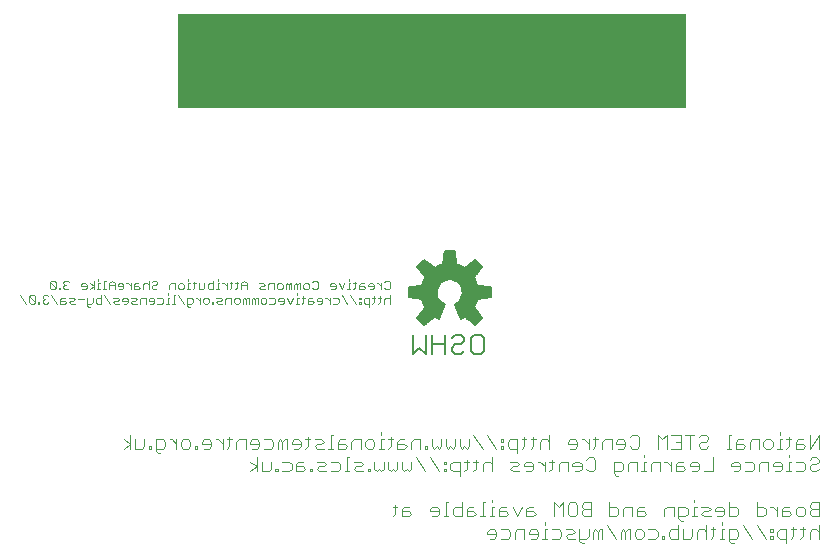
<source format=gbo>
G75*
G70*
%OFA0B0*%
%FSLAX24Y24*%
%IPPOS*%
%LPD*%
%AMOC8*
5,1,8,0,0,1.08239X$1,22.5*
%
%ADD10C,0.0040*%
%ADD11R,1.6929X0.3150*%
%ADD12C,0.0060*%
%ADD13C,0.0030*%
%ADD14C,0.0059*%
D10*
X005925Y006863D02*
X006155Y007016D01*
X005925Y007170D01*
X006155Y007323D02*
X006155Y006863D01*
X006309Y006863D02*
X006309Y007170D01*
X006616Y007170D02*
X006616Y006939D01*
X006539Y006863D01*
X006309Y006863D01*
X006769Y006863D02*
X006846Y006863D01*
X006846Y006939D01*
X006769Y006939D01*
X006769Y006863D01*
X006999Y006863D02*
X007230Y006863D01*
X007306Y006939D01*
X007306Y007093D01*
X007230Y007170D01*
X006999Y007170D01*
X006999Y006786D01*
X007076Y006709D01*
X007153Y006709D01*
X007460Y007170D02*
X007537Y007170D01*
X007690Y007016D01*
X007690Y006863D02*
X007690Y007170D01*
X007843Y007093D02*
X007920Y007170D01*
X008074Y007170D01*
X008150Y007093D01*
X008150Y006939D01*
X008074Y006863D01*
X007920Y006863D01*
X007843Y006939D01*
X007843Y007093D01*
X008304Y006939D02*
X008304Y006863D01*
X008381Y006863D01*
X008381Y006939D01*
X008304Y006939D01*
X008534Y007016D02*
X008841Y007016D01*
X008841Y006939D02*
X008841Y007093D01*
X008764Y007170D01*
X008611Y007170D01*
X008534Y007093D01*
X008534Y007016D01*
X008611Y006863D02*
X008764Y006863D01*
X008841Y006939D01*
X008994Y007170D02*
X009071Y007170D01*
X009225Y007016D01*
X009225Y006863D02*
X009225Y007170D01*
X009378Y007170D02*
X009532Y007170D01*
X009455Y007246D02*
X009455Y006939D01*
X009378Y006863D01*
X009685Y006863D02*
X009685Y007093D01*
X009762Y007170D01*
X009992Y007170D01*
X009992Y006863D01*
X010145Y007016D02*
X010452Y007016D01*
X010452Y006939D02*
X010452Y007093D01*
X010376Y007170D01*
X010222Y007170D01*
X010145Y007093D01*
X010145Y007016D01*
X010222Y006863D02*
X010376Y006863D01*
X010452Y006939D01*
X010606Y006863D02*
X010836Y006863D01*
X010913Y006939D01*
X010913Y007093D01*
X010836Y007170D01*
X010606Y007170D01*
X011066Y007093D02*
X011066Y006863D01*
X011220Y006863D02*
X011220Y007093D01*
X011143Y007170D01*
X011066Y007093D01*
X011220Y007093D02*
X011296Y007170D01*
X011373Y007170D01*
X011373Y006863D01*
X011527Y007016D02*
X011834Y007016D01*
X011834Y006939D02*
X011834Y007093D01*
X011757Y007170D01*
X011603Y007170D01*
X011527Y007093D01*
X011527Y007016D01*
X011603Y006863D02*
X011757Y006863D01*
X011834Y006939D01*
X011987Y006863D02*
X012064Y006939D01*
X012064Y007246D01*
X012140Y007170D02*
X011987Y007170D01*
X012294Y007170D02*
X012524Y007170D01*
X012601Y007093D01*
X012524Y007016D01*
X012371Y007016D01*
X012294Y006939D01*
X012371Y006863D01*
X012601Y006863D01*
X012754Y006863D02*
X012908Y006863D01*
X012831Y006863D02*
X012831Y007323D01*
X012908Y007323D01*
X013138Y007170D02*
X013061Y007093D01*
X013061Y006863D01*
X013291Y006863D01*
X013368Y006939D01*
X013291Y007016D01*
X013061Y007016D01*
X013138Y007170D02*
X013291Y007170D01*
X013522Y007093D02*
X013522Y006863D01*
X013522Y007093D02*
X013598Y007170D01*
X013829Y007170D01*
X013829Y006863D01*
X013982Y006939D02*
X014059Y006863D01*
X014212Y006863D01*
X014289Y006939D01*
X014289Y007093D01*
X014212Y007170D01*
X014059Y007170D01*
X013982Y007093D01*
X013982Y006939D01*
X014442Y006863D02*
X014596Y006863D01*
X014519Y006863D02*
X014519Y007170D01*
X014596Y007170D01*
X014749Y007170D02*
X014903Y007170D01*
X014826Y007246D02*
X014826Y006939D01*
X014749Y006863D01*
X015056Y006863D02*
X015056Y007093D01*
X015133Y007170D01*
X015286Y007170D01*
X015286Y007016D02*
X015056Y007016D01*
X015056Y006863D02*
X015286Y006863D01*
X015363Y006939D01*
X015286Y007016D01*
X015517Y007093D02*
X015517Y006863D01*
X015517Y007093D02*
X015593Y007170D01*
X015824Y007170D01*
X015824Y006863D01*
X015977Y006863D02*
X016054Y006863D01*
X016054Y006939D01*
X015977Y006939D01*
X015977Y006863D01*
X016207Y006939D02*
X016207Y007170D01*
X016207Y006939D02*
X016284Y006863D01*
X016361Y006939D01*
X016437Y006863D01*
X016514Y006939D01*
X016514Y007170D01*
X016668Y007170D02*
X016668Y006939D01*
X016744Y006863D01*
X016821Y006939D01*
X016898Y006863D01*
X016975Y006939D01*
X016975Y007170D01*
X017128Y007170D02*
X017128Y006939D01*
X017205Y006863D01*
X017282Y006939D01*
X017358Y006863D01*
X017435Y006939D01*
X017435Y007170D01*
X017588Y007323D02*
X017895Y006863D01*
X018202Y006573D02*
X018202Y006113D01*
X018202Y006343D02*
X018126Y006420D01*
X017972Y006420D01*
X017895Y006343D01*
X017895Y006113D01*
X017665Y006189D02*
X017588Y006113D01*
X017665Y006189D02*
X017665Y006496D01*
X017742Y006420D02*
X017588Y006420D01*
X017435Y006420D02*
X017282Y006420D01*
X017358Y006496D02*
X017358Y006189D01*
X017282Y006113D01*
X017128Y006113D02*
X016898Y006113D01*
X016821Y006189D01*
X016821Y006343D01*
X016898Y006420D01*
X017128Y006420D01*
X017128Y005959D01*
X016668Y006113D02*
X016668Y006189D01*
X016591Y006189D01*
X016591Y006113D01*
X016668Y006113D01*
X016668Y006343D02*
X016591Y006343D01*
X016591Y006420D01*
X016668Y006420D01*
X016668Y006343D01*
X016437Y006113D02*
X016131Y006573D01*
X015670Y006573D02*
X015977Y006113D01*
X015517Y006189D02*
X015517Y006420D01*
X015517Y006189D02*
X015440Y006113D01*
X015363Y006189D01*
X015286Y006113D01*
X015210Y006189D01*
X015210Y006420D01*
X015056Y006420D02*
X015056Y006189D01*
X014980Y006113D01*
X014903Y006189D01*
X014826Y006113D01*
X014749Y006189D01*
X014749Y006420D01*
X014596Y006420D02*
X014596Y006189D01*
X014519Y006113D01*
X014442Y006189D01*
X014366Y006113D01*
X014289Y006189D01*
X014289Y006420D01*
X014136Y006189D02*
X014059Y006189D01*
X014059Y006113D01*
X014136Y006113D01*
X014136Y006189D01*
X013905Y006113D02*
X013675Y006113D01*
X013598Y006189D01*
X013675Y006266D01*
X013829Y006266D01*
X013905Y006343D01*
X013829Y006420D01*
X013598Y006420D01*
X013445Y006573D02*
X013368Y006573D01*
X013368Y006113D01*
X013445Y006113D02*
X013291Y006113D01*
X013138Y006189D02*
X013061Y006113D01*
X012831Y006113D01*
X012678Y006113D02*
X012447Y006113D01*
X012371Y006189D01*
X012447Y006266D01*
X012601Y006266D01*
X012678Y006343D01*
X012601Y006420D01*
X012371Y006420D01*
X012217Y006189D02*
X012140Y006189D01*
X012140Y006113D01*
X012217Y006113D01*
X012217Y006189D01*
X011987Y006189D02*
X011910Y006266D01*
X011680Y006266D01*
X011680Y006343D02*
X011680Y006113D01*
X011910Y006113D01*
X011987Y006189D01*
X011910Y006420D02*
X011757Y006420D01*
X011680Y006343D01*
X011527Y006343D02*
X011527Y006189D01*
X011450Y006113D01*
X011220Y006113D01*
X011066Y006113D02*
X010990Y006113D01*
X010990Y006189D01*
X011066Y006189D01*
X011066Y006113D01*
X010836Y006189D02*
X010836Y006420D01*
X010836Y006189D02*
X010759Y006113D01*
X010529Y006113D01*
X010529Y006420D01*
X010376Y006573D02*
X010376Y006113D01*
X010376Y006266D02*
X010145Y006420D01*
X010376Y006266D02*
X010145Y006113D01*
X011220Y006420D02*
X011450Y006420D01*
X011527Y006343D01*
X012831Y006420D02*
X013061Y006420D01*
X013138Y006343D01*
X013138Y006189D01*
X014903Y004920D02*
X015056Y004920D01*
X014980Y004996D02*
X014980Y004689D01*
X014903Y004613D01*
X015210Y004613D02*
X015210Y004843D01*
X015286Y004920D01*
X015440Y004920D01*
X015440Y004766D02*
X015210Y004766D01*
X015210Y004613D02*
X015440Y004613D01*
X015517Y004689D01*
X015440Y004766D01*
X016131Y004766D02*
X016437Y004766D01*
X016437Y004689D02*
X016437Y004843D01*
X016361Y004920D01*
X016207Y004920D01*
X016131Y004843D01*
X016131Y004766D01*
X016207Y004613D02*
X016361Y004613D01*
X016437Y004689D01*
X016591Y004613D02*
X016744Y004613D01*
X016668Y004613D02*
X016668Y005073D01*
X016744Y005073D01*
X016898Y004843D02*
X016975Y004920D01*
X017205Y004920D01*
X017205Y005073D02*
X017205Y004613D01*
X016975Y004613D01*
X016898Y004689D01*
X016898Y004843D01*
X017358Y004843D02*
X017358Y004613D01*
X017588Y004613D01*
X017665Y004689D01*
X017588Y004766D01*
X017358Y004766D01*
X017358Y004843D02*
X017435Y004920D01*
X017588Y004920D01*
X017895Y005073D02*
X017895Y004613D01*
X017819Y004613D02*
X017972Y004613D01*
X018126Y004613D02*
X018279Y004613D01*
X018202Y004613D02*
X018202Y004920D01*
X018279Y004920D01*
X018202Y005073D02*
X018202Y005150D01*
X017972Y005073D02*
X017895Y005073D01*
X018433Y004843D02*
X018433Y004613D01*
X018663Y004613D01*
X018739Y004689D01*
X018663Y004766D01*
X018433Y004766D01*
X018433Y004843D02*
X018509Y004920D01*
X018663Y004920D01*
X018893Y004920D02*
X019046Y004613D01*
X019200Y004920D01*
X019353Y004843D02*
X019353Y004613D01*
X019583Y004613D01*
X019660Y004689D01*
X019583Y004766D01*
X019353Y004766D01*
X019353Y004843D02*
X019430Y004920D01*
X019583Y004920D01*
X020274Y005073D02*
X020274Y004613D01*
X020581Y004613D02*
X020581Y005073D01*
X020428Y004920D01*
X020274Y005073D01*
X020734Y004996D02*
X020734Y004689D01*
X020811Y004613D01*
X020965Y004613D01*
X021041Y004689D01*
X021041Y004996D01*
X020965Y005073D01*
X020811Y005073D01*
X020734Y004996D01*
X021195Y004996D02*
X021195Y004920D01*
X021272Y004843D01*
X021502Y004843D01*
X021502Y005073D02*
X021272Y005073D01*
X021195Y004996D01*
X021272Y004843D02*
X021195Y004766D01*
X021195Y004689D01*
X021272Y004613D01*
X021502Y004613D01*
X021502Y005073D01*
X022116Y005073D02*
X022116Y004613D01*
X022346Y004613D01*
X022423Y004689D01*
X022423Y004843D01*
X022346Y004920D01*
X022116Y004920D01*
X022576Y004843D02*
X022576Y004613D01*
X022576Y004843D02*
X022653Y004920D01*
X022883Y004920D01*
X022883Y004613D01*
X023036Y004613D02*
X023267Y004613D01*
X023343Y004689D01*
X023267Y004766D01*
X023036Y004766D01*
X023036Y004843D02*
X023036Y004613D01*
X023036Y004843D02*
X023113Y004920D01*
X023267Y004920D01*
X023957Y004843D02*
X023957Y004613D01*
X023957Y004843D02*
X024034Y004920D01*
X024264Y004920D01*
X024264Y004613D01*
X024418Y004613D02*
X024648Y004613D01*
X024725Y004689D01*
X024725Y004843D01*
X024648Y004920D01*
X024418Y004920D01*
X024418Y004536D01*
X024494Y004459D01*
X024571Y004459D01*
X024418Y004323D02*
X024418Y003863D01*
X024187Y003863D01*
X024111Y003939D01*
X024111Y004093D01*
X024187Y004170D01*
X024418Y004170D01*
X024571Y004170D02*
X024571Y003863D01*
X024801Y003863D01*
X024878Y003939D01*
X024878Y004170D01*
X025031Y004093D02*
X025031Y003863D01*
X025031Y004093D02*
X025108Y004170D01*
X025262Y004170D01*
X025338Y004093D01*
X025492Y004170D02*
X025645Y004170D01*
X025569Y004246D02*
X025569Y003939D01*
X025492Y003863D01*
X025338Y003863D02*
X025338Y004323D01*
X025262Y004613D02*
X025185Y004689D01*
X025262Y004766D01*
X025415Y004766D01*
X025492Y004843D01*
X025415Y004920D01*
X025185Y004920D01*
X025031Y004920D02*
X024955Y004920D01*
X024955Y004613D01*
X025031Y004613D02*
X024878Y004613D01*
X025262Y004613D02*
X025492Y004613D01*
X025645Y004766D02*
X025952Y004766D01*
X025952Y004689D02*
X025952Y004843D01*
X025876Y004920D01*
X025722Y004920D01*
X025645Y004843D01*
X025645Y004766D01*
X025722Y004613D02*
X025876Y004613D01*
X025952Y004689D01*
X026106Y004613D02*
X026336Y004613D01*
X026413Y004689D01*
X026413Y004843D01*
X026336Y004920D01*
X026106Y004920D01*
X026106Y005073D02*
X026106Y004613D01*
X025876Y004400D02*
X025876Y004323D01*
X025876Y004170D02*
X025876Y003863D01*
X025952Y003863D02*
X025799Y003863D01*
X026106Y003863D02*
X026336Y003863D01*
X026413Y003939D01*
X026413Y004093D01*
X026336Y004170D01*
X026106Y004170D01*
X026106Y003786D01*
X026182Y003709D01*
X026259Y003709D01*
X026873Y003863D02*
X026566Y004323D01*
X025952Y004170D02*
X025876Y004170D01*
X027027Y004323D02*
X027333Y003863D01*
X027487Y003863D02*
X027564Y003863D01*
X027564Y003939D01*
X027487Y003939D01*
X027487Y003863D01*
X027487Y004093D02*
X027564Y004093D01*
X027564Y004170D01*
X027487Y004170D01*
X027487Y004093D01*
X027717Y004093D02*
X027717Y003939D01*
X027794Y003863D01*
X028024Y003863D01*
X028177Y003863D02*
X028254Y003939D01*
X028254Y004246D01*
X028331Y004170D02*
X028177Y004170D01*
X028024Y004170D02*
X027794Y004170D01*
X027717Y004093D01*
X028024Y004170D02*
X028024Y003709D01*
X028484Y003863D02*
X028561Y003939D01*
X028561Y004246D01*
X028638Y004170D02*
X028484Y004170D01*
X028791Y004093D02*
X028791Y003863D01*
X028791Y004093D02*
X028868Y004170D01*
X029022Y004170D01*
X029098Y004093D01*
X029098Y004323D02*
X029098Y003863D01*
X029098Y004613D02*
X028868Y004613D01*
X028791Y004689D01*
X028791Y004766D01*
X028868Y004843D01*
X029098Y004843D01*
X028868Y004843D02*
X028791Y004920D01*
X028791Y004996D01*
X028868Y005073D01*
X029098Y005073D01*
X029098Y004613D01*
X028638Y004689D02*
X028561Y004613D01*
X028408Y004613D01*
X028331Y004689D01*
X028331Y004843D01*
X028408Y004920D01*
X028561Y004920D01*
X028638Y004843D01*
X028638Y004689D01*
X028177Y004689D02*
X028101Y004766D01*
X027871Y004766D01*
X027871Y004843D02*
X027871Y004613D01*
X028101Y004613D01*
X028177Y004689D01*
X028101Y004920D02*
X027947Y004920D01*
X027871Y004843D01*
X027717Y004920D02*
X027717Y004613D01*
X027717Y004766D02*
X027564Y004920D01*
X027487Y004920D01*
X027333Y004843D02*
X027257Y004920D01*
X027027Y004920D01*
X027027Y005073D02*
X027027Y004613D01*
X027257Y004613D01*
X027333Y004689D01*
X027333Y004843D01*
X027410Y006113D02*
X027410Y006420D01*
X027180Y006420D01*
X027103Y006343D01*
X027103Y006113D01*
X026950Y006189D02*
X026873Y006113D01*
X026643Y006113D01*
X026489Y006189D02*
X026489Y006343D01*
X026413Y006420D01*
X026259Y006420D01*
X026182Y006343D01*
X026182Y006266D01*
X026489Y006266D01*
X026489Y006189D02*
X026413Y006113D01*
X026259Y006113D01*
X026643Y006420D02*
X026873Y006420D01*
X026950Y006343D01*
X026950Y006189D01*
X027564Y006266D02*
X027871Y006266D01*
X027871Y006189D02*
X027871Y006343D01*
X027794Y006420D01*
X027640Y006420D01*
X027564Y006343D01*
X027564Y006266D01*
X027640Y006113D02*
X027794Y006113D01*
X027871Y006189D01*
X028024Y006113D02*
X028177Y006113D01*
X028101Y006113D02*
X028101Y006420D01*
X028177Y006420D01*
X028331Y006420D02*
X028561Y006420D01*
X028638Y006343D01*
X028638Y006189D01*
X028561Y006113D01*
X028331Y006113D01*
X028791Y006189D02*
X028791Y006266D01*
X028868Y006343D01*
X029022Y006343D01*
X029098Y006420D01*
X029098Y006496D01*
X029022Y006573D01*
X028868Y006573D01*
X028791Y006496D01*
X028791Y006863D02*
X028791Y007323D01*
X028561Y007170D02*
X028408Y007170D01*
X028331Y007093D01*
X028331Y006863D01*
X028561Y006863D01*
X028638Y006939D01*
X028561Y007016D01*
X028331Y007016D01*
X028177Y007170D02*
X028024Y007170D01*
X028101Y007246D02*
X028101Y006939D01*
X028024Y006863D01*
X027871Y006863D02*
X027717Y006863D01*
X027794Y006863D02*
X027794Y007170D01*
X027871Y007170D01*
X027794Y007323D02*
X027794Y007400D01*
X027487Y007170D02*
X027564Y007093D01*
X027564Y006939D01*
X027487Y006863D01*
X027333Y006863D01*
X027257Y006939D01*
X027257Y007093D01*
X027333Y007170D01*
X027487Y007170D01*
X027103Y007170D02*
X026873Y007170D01*
X026796Y007093D01*
X026796Y006863D01*
X026643Y006939D02*
X026566Y007016D01*
X026336Y007016D01*
X026336Y007093D02*
X026336Y006863D01*
X026566Y006863D01*
X026643Y006939D01*
X026566Y007170D02*
X026413Y007170D01*
X026336Y007093D01*
X026182Y006863D02*
X026029Y006863D01*
X026106Y006863D02*
X026106Y007323D01*
X026182Y007323D01*
X025415Y007246D02*
X025415Y007170D01*
X025338Y007093D01*
X025185Y007093D01*
X025108Y007016D01*
X025108Y006939D01*
X025185Y006863D01*
X025338Y006863D01*
X025415Y006939D01*
X025415Y007246D02*
X025338Y007323D01*
X025185Y007323D01*
X025108Y007246D01*
X024955Y007323D02*
X024648Y007323D01*
X024801Y007323D02*
X024801Y006863D01*
X024494Y006863D02*
X024187Y006863D01*
X024034Y006863D02*
X024034Y007323D01*
X023880Y007170D01*
X023727Y007323D01*
X023727Y006863D01*
X023804Y006420D02*
X023574Y006420D01*
X023497Y006343D01*
X023497Y006113D01*
X023343Y006113D02*
X023190Y006113D01*
X023267Y006113D02*
X023267Y006420D01*
X023343Y006420D01*
X023267Y006573D02*
X023267Y006650D01*
X023036Y006863D02*
X022883Y006863D01*
X022806Y006939D01*
X022653Y006939D02*
X022576Y006863D01*
X022423Y006863D01*
X022346Y007016D02*
X022653Y007016D01*
X022653Y006939D02*
X022653Y007093D01*
X022576Y007170D01*
X022423Y007170D01*
X022346Y007093D01*
X022346Y007016D01*
X022192Y006863D02*
X022192Y007170D01*
X021962Y007170D01*
X021885Y007093D01*
X021885Y006863D01*
X021655Y006939D02*
X021579Y006863D01*
X021655Y006939D02*
X021655Y007246D01*
X021579Y007170D02*
X021732Y007170D01*
X021425Y007170D02*
X021425Y006863D01*
X021425Y007016D02*
X021272Y007170D01*
X021195Y007170D01*
X021041Y007093D02*
X020965Y007170D01*
X020811Y007170D01*
X020734Y007093D01*
X020734Y007016D01*
X021041Y007016D01*
X021041Y006939D02*
X021041Y007093D01*
X021041Y006939D02*
X020965Y006863D01*
X020811Y006863D01*
X021348Y006496D02*
X021425Y006573D01*
X021579Y006573D01*
X021655Y006496D01*
X021655Y006189D01*
X021579Y006113D01*
X021425Y006113D01*
X021348Y006189D01*
X021195Y006189D02*
X021195Y006343D01*
X021118Y006420D01*
X020965Y006420D01*
X020888Y006343D01*
X020888Y006266D01*
X021195Y006266D01*
X021195Y006189D02*
X021118Y006113D01*
X020965Y006113D01*
X020734Y006113D02*
X020734Y006420D01*
X020504Y006420D01*
X020428Y006343D01*
X020428Y006113D01*
X020197Y006189D02*
X020121Y006113D01*
X020197Y006189D02*
X020197Y006496D01*
X020121Y006420D02*
X020274Y006420D01*
X019967Y006420D02*
X019967Y006113D01*
X019967Y006266D02*
X019814Y006420D01*
X019737Y006420D01*
X019583Y006343D02*
X019507Y006420D01*
X019353Y006420D01*
X019277Y006343D01*
X019277Y006266D01*
X019583Y006266D01*
X019583Y006189D02*
X019583Y006343D01*
X019583Y006189D02*
X019507Y006113D01*
X019353Y006113D01*
X019123Y006113D02*
X018893Y006113D01*
X018816Y006189D01*
X018893Y006266D01*
X019046Y006266D01*
X019123Y006343D01*
X019046Y006420D01*
X018816Y006420D01*
X019046Y006709D02*
X019046Y007170D01*
X018816Y007170D01*
X018739Y007093D01*
X018739Y006939D01*
X018816Y006863D01*
X019046Y006863D01*
X019200Y006863D02*
X019277Y006939D01*
X019277Y007246D01*
X019353Y007170D02*
X019200Y007170D01*
X019507Y007170D02*
X019660Y007170D01*
X019583Y007246D02*
X019583Y006939D01*
X019507Y006863D01*
X019814Y006863D02*
X019814Y007093D01*
X019890Y007170D01*
X020044Y007170D01*
X020121Y007093D01*
X020121Y007323D02*
X020121Y006863D01*
X018586Y006863D02*
X018586Y006939D01*
X018509Y006939D01*
X018509Y006863D01*
X018586Y006863D01*
X018586Y007093D02*
X018509Y007093D01*
X018509Y007170D01*
X018586Y007170D01*
X018586Y007093D01*
X018356Y006863D02*
X018049Y007323D01*
X014519Y007400D02*
X014519Y007323D01*
X018049Y004093D02*
X018049Y004016D01*
X018356Y004016D01*
X018356Y003939D02*
X018356Y004093D01*
X018279Y004170D01*
X018126Y004170D01*
X018049Y004093D01*
X018126Y003863D02*
X018279Y003863D01*
X018356Y003939D01*
X018509Y003863D02*
X018739Y003863D01*
X018816Y003939D01*
X018816Y004093D01*
X018739Y004170D01*
X018509Y004170D01*
X018970Y004093D02*
X018970Y003863D01*
X018970Y004093D02*
X019046Y004170D01*
X019277Y004170D01*
X019277Y003863D01*
X019430Y004016D02*
X019737Y004016D01*
X019737Y003939D02*
X019737Y004093D01*
X019660Y004170D01*
X019507Y004170D01*
X019430Y004093D01*
X019430Y004016D01*
X019507Y003863D02*
X019660Y003863D01*
X019737Y003939D01*
X019890Y003863D02*
X020044Y003863D01*
X019967Y003863D02*
X019967Y004170D01*
X020044Y004170D01*
X020197Y004170D02*
X020428Y004170D01*
X020504Y004093D01*
X020504Y003939D01*
X020428Y003863D01*
X020197Y003863D01*
X020658Y003939D02*
X020734Y004016D01*
X020888Y004016D01*
X020965Y004093D01*
X020888Y004170D01*
X020658Y004170D01*
X020658Y003939D02*
X020734Y003863D01*
X020965Y003863D01*
X021118Y003863D02*
X021348Y003863D01*
X021425Y003939D01*
X021425Y004170D01*
X021579Y004093D02*
X021579Y003863D01*
X021732Y003863D02*
X021732Y004093D01*
X021655Y004170D01*
X021579Y004093D01*
X021732Y004093D02*
X021809Y004170D01*
X021885Y004170D01*
X021885Y003863D01*
X022346Y003863D02*
X022039Y004323D01*
X022499Y004093D02*
X022499Y003863D01*
X022653Y003863D02*
X022653Y004093D01*
X022576Y004170D01*
X022499Y004093D01*
X022653Y004093D02*
X022730Y004170D01*
X022806Y004170D01*
X022806Y003863D01*
X022960Y003939D02*
X022960Y004093D01*
X023036Y004170D01*
X023190Y004170D01*
X023267Y004093D01*
X023267Y003939D01*
X023190Y003863D01*
X023036Y003863D01*
X022960Y003939D01*
X023420Y003863D02*
X023650Y003863D01*
X023727Y003939D01*
X023727Y004093D01*
X023650Y004170D01*
X023420Y004170D01*
X023880Y003939D02*
X023880Y003863D01*
X023957Y003863D01*
X023957Y003939D01*
X023880Y003939D01*
X024955Y005073D02*
X024955Y005150D01*
X025031Y006113D02*
X024878Y006113D01*
X025031Y006113D02*
X025108Y006189D01*
X025108Y006343D01*
X025031Y006420D01*
X024878Y006420D01*
X024801Y006343D01*
X024801Y006266D01*
X025108Y006266D01*
X025262Y006113D02*
X025569Y006113D01*
X025569Y006573D01*
X024648Y006189D02*
X024571Y006266D01*
X024341Y006266D01*
X024341Y006343D02*
X024341Y006113D01*
X024571Y006113D01*
X024648Y006189D01*
X024571Y006420D02*
X024418Y006420D01*
X024341Y006343D01*
X024187Y006420D02*
X024187Y006113D01*
X024187Y006266D02*
X024034Y006420D01*
X023957Y006420D01*
X023804Y006420D02*
X023804Y006113D01*
X023036Y006113D02*
X023036Y006420D01*
X022806Y006420D01*
X022730Y006343D01*
X022730Y006113D01*
X022576Y006189D02*
X022499Y006113D01*
X022269Y006113D01*
X022269Y006036D02*
X022269Y006420D01*
X022499Y006420D01*
X022576Y006343D01*
X022576Y006189D01*
X022423Y005959D02*
X022346Y005959D01*
X022269Y006036D01*
X023036Y006863D02*
X023113Y006939D01*
X023113Y007246D01*
X023036Y007323D01*
X022883Y007323D01*
X022806Y007246D01*
X024187Y007323D02*
X024494Y007323D01*
X024494Y006863D01*
X024494Y007093D02*
X024341Y007093D01*
X027103Y007170D02*
X027103Y006863D01*
X028101Y006650D02*
X028101Y006573D01*
X028791Y006863D02*
X029098Y007323D01*
X029098Y006863D01*
X029098Y006189D02*
X029022Y006113D01*
X028868Y006113D01*
X028791Y006189D01*
X021272Y003709D02*
X021195Y003709D01*
X021118Y003786D01*
X021118Y004170D01*
X019967Y004323D02*
X019967Y004400D01*
D11*
X016205Y019788D03*
D12*
X016217Y010654D02*
X016217Y010014D01*
X015999Y010014D02*
X015786Y010227D01*
X015572Y010014D01*
X015572Y010654D01*
X015999Y010654D02*
X015999Y010014D01*
X016217Y010334D02*
X016644Y010334D01*
X016861Y010227D02*
X016861Y010121D01*
X016968Y010014D01*
X017182Y010014D01*
X017289Y010121D01*
X017506Y010121D02*
X017506Y010548D01*
X017613Y010654D01*
X017826Y010654D01*
X017933Y010548D01*
X017933Y010121D01*
X017826Y010014D01*
X017613Y010014D01*
X017506Y010121D01*
X017289Y010441D02*
X017182Y010334D01*
X016968Y010334D01*
X016861Y010227D01*
X016644Y010014D02*
X016644Y010654D01*
X016861Y010548D02*
X016968Y010654D01*
X017182Y010654D01*
X017289Y010548D01*
X017289Y010441D01*
D13*
X014812Y011692D02*
X014812Y011983D01*
X014764Y011886D02*
X014667Y011886D01*
X014618Y011837D01*
X014618Y011692D01*
X014469Y011741D02*
X014421Y011692D01*
X014469Y011741D02*
X014469Y011934D01*
X014517Y011886D02*
X014421Y011886D01*
X014321Y011886D02*
X014224Y011886D01*
X014272Y011934D02*
X014272Y011741D01*
X014224Y011692D01*
X014124Y011692D02*
X013979Y011692D01*
X013931Y011741D01*
X013931Y011837D01*
X013979Y011886D01*
X014124Y011886D01*
X014124Y011596D01*
X013830Y011692D02*
X013830Y011741D01*
X013781Y011741D01*
X013781Y011692D01*
X013830Y011692D01*
X013830Y011837D02*
X013830Y011886D01*
X013781Y011886D01*
X013781Y011837D01*
X013830Y011837D01*
X013682Y011692D02*
X013489Y011983D01*
X013486Y012172D02*
X013389Y012172D01*
X013438Y012172D02*
X013438Y012366D01*
X013486Y012366D01*
X013586Y012366D02*
X013682Y012366D01*
X013634Y012414D02*
X013634Y012221D01*
X013586Y012172D01*
X013784Y012172D02*
X013784Y012317D01*
X013832Y012366D01*
X013929Y012366D01*
X013929Y012269D02*
X013784Y012269D01*
X013784Y012172D02*
X013929Y012172D01*
X013977Y012221D01*
X013929Y012269D01*
X014078Y012269D02*
X014272Y012269D01*
X014272Y012221D02*
X014272Y012317D01*
X014223Y012366D01*
X014127Y012366D01*
X014078Y012317D01*
X014078Y012269D01*
X014127Y012172D02*
X014223Y012172D01*
X014272Y012221D01*
X014372Y012366D02*
X014421Y012366D01*
X014517Y012269D01*
X014517Y012172D02*
X014517Y012366D01*
X014618Y012414D02*
X014667Y012463D01*
X014764Y012463D01*
X014812Y012414D01*
X014812Y012221D01*
X014764Y012172D01*
X014667Y012172D01*
X014618Y012221D01*
X014764Y011886D02*
X014812Y011837D01*
X013388Y011692D02*
X013194Y011983D01*
X013093Y011837D02*
X013093Y011741D01*
X013045Y011692D01*
X012900Y011692D01*
X012798Y011692D02*
X012798Y011886D01*
X012702Y011886D02*
X012653Y011886D01*
X012702Y011886D02*
X012798Y011789D01*
X012900Y011886D02*
X013045Y011886D01*
X013093Y011837D01*
X013193Y012172D02*
X013096Y012366D01*
X012995Y012317D02*
X012947Y012366D01*
X012850Y012366D01*
X012801Y012317D01*
X012801Y012269D01*
X012995Y012269D01*
X012995Y012221D02*
X012995Y012317D01*
X012995Y012221D02*
X012947Y012172D01*
X012850Y012172D01*
X013193Y012172D02*
X013290Y012366D01*
X013438Y012463D02*
X013438Y012511D01*
X012406Y012414D02*
X012406Y012221D01*
X012357Y012172D01*
X012260Y012172D01*
X012212Y012221D01*
X012111Y012221D02*
X012063Y012172D01*
X011966Y012172D01*
X011917Y012221D01*
X011917Y012317D01*
X011966Y012366D01*
X012063Y012366D01*
X012111Y012317D01*
X012111Y012221D01*
X012212Y012414D02*
X012260Y012463D01*
X012357Y012463D01*
X012406Y012414D01*
X012408Y011886D02*
X012359Y011837D01*
X012359Y011789D01*
X012553Y011789D01*
X012553Y011741D02*
X012553Y011837D01*
X012505Y011886D01*
X012408Y011886D01*
X012408Y011692D02*
X012505Y011692D01*
X012553Y011741D01*
X012258Y011741D02*
X012210Y011789D01*
X012065Y011789D01*
X012065Y011837D02*
X012065Y011692D01*
X012210Y011692D01*
X012258Y011741D01*
X012210Y011886D02*
X012113Y011886D01*
X012065Y011837D01*
X011964Y011886D02*
X011867Y011886D01*
X011915Y011934D02*
X011915Y011741D01*
X011867Y011692D01*
X011767Y011692D02*
X011670Y011692D01*
X011719Y011692D02*
X011719Y011886D01*
X011767Y011886D01*
X011719Y011983D02*
X011719Y012031D01*
X011720Y012172D02*
X011720Y012317D01*
X011671Y012366D01*
X011623Y012317D01*
X011623Y012172D01*
X011522Y012172D02*
X011522Y012366D01*
X011473Y012366D01*
X011425Y012317D01*
X011377Y012366D01*
X011328Y012317D01*
X011328Y012172D01*
X011425Y012172D02*
X011425Y012317D01*
X011227Y012317D02*
X011227Y012221D01*
X011179Y012172D01*
X011082Y012172D01*
X011034Y012221D01*
X011034Y012317D01*
X011082Y012366D01*
X011179Y012366D01*
X011227Y012317D01*
X010932Y012366D02*
X010932Y012172D01*
X010739Y012172D02*
X010739Y012317D01*
X010787Y012366D01*
X010932Y012366D01*
X010638Y012317D02*
X010589Y012366D01*
X010444Y012366D01*
X010493Y012269D02*
X010589Y012269D01*
X010638Y012317D01*
X010638Y012172D02*
X010493Y012172D01*
X010444Y012221D01*
X010493Y012269D01*
X010048Y012317D02*
X009855Y012317D01*
X009855Y012366D02*
X009855Y012172D01*
X009705Y012221D02*
X009657Y012172D01*
X009705Y012221D02*
X009705Y012414D01*
X009657Y012366D02*
X009754Y012366D01*
X009855Y012366D02*
X009952Y012463D01*
X010048Y012366D01*
X010048Y012172D01*
X010049Y011886D02*
X010001Y011837D01*
X009952Y011886D01*
X009904Y011837D01*
X009904Y011692D01*
X010001Y011692D02*
X010001Y011837D01*
X010049Y011886D02*
X010098Y011886D01*
X010098Y011692D01*
X010199Y011692D02*
X010199Y011837D01*
X010247Y011886D01*
X010295Y011837D01*
X010295Y011692D01*
X010392Y011692D02*
X010392Y011886D01*
X010344Y011886D01*
X010295Y011837D01*
X010493Y011837D02*
X010542Y011886D01*
X010638Y011886D01*
X010687Y011837D01*
X010687Y011741D01*
X010638Y011692D01*
X010542Y011692D01*
X010493Y011741D01*
X010493Y011837D01*
X010788Y011886D02*
X010933Y011886D01*
X010981Y011837D01*
X010981Y011741D01*
X010933Y011692D01*
X010788Y011692D01*
X011083Y011789D02*
X011276Y011789D01*
X011276Y011741D02*
X011276Y011837D01*
X011228Y011886D01*
X011131Y011886D01*
X011083Y011837D01*
X011083Y011789D01*
X011131Y011692D02*
X011228Y011692D01*
X011276Y011741D01*
X011377Y011886D02*
X011474Y011692D01*
X011571Y011886D01*
X011816Y012172D02*
X011816Y012366D01*
X011768Y012366D01*
X011720Y012317D01*
X009803Y011837D02*
X009803Y011741D01*
X009754Y011692D01*
X009658Y011692D01*
X009609Y011741D01*
X009609Y011837D01*
X009658Y011886D01*
X009754Y011886D01*
X009803Y011837D01*
X009508Y011886D02*
X009508Y011692D01*
X009315Y011692D02*
X009315Y011837D01*
X009363Y011886D01*
X009508Y011886D01*
X009461Y012172D02*
X009509Y012221D01*
X009509Y012414D01*
X009557Y012366D02*
X009461Y012366D01*
X009361Y012366D02*
X009361Y012172D01*
X009361Y012269D02*
X009264Y012366D01*
X009216Y012366D01*
X009115Y012366D02*
X009067Y012366D01*
X009067Y012172D01*
X009115Y012172D02*
X009019Y012172D01*
X008919Y012172D02*
X008774Y012172D01*
X008725Y012221D01*
X008725Y012317D01*
X008774Y012366D01*
X008919Y012366D01*
X008919Y012463D02*
X008919Y012172D01*
X008624Y012221D02*
X008576Y012172D01*
X008431Y012172D01*
X008431Y012366D01*
X008330Y012366D02*
X008233Y012366D01*
X008281Y012414D02*
X008281Y012221D01*
X008233Y012172D01*
X008133Y012172D02*
X008036Y012172D01*
X008085Y012172D02*
X008085Y012366D01*
X008133Y012366D01*
X008085Y012463D02*
X008085Y012511D01*
X007937Y012317D02*
X007937Y012221D01*
X007888Y012172D01*
X007792Y012172D01*
X007743Y012221D01*
X007743Y012317D01*
X007792Y012366D01*
X007888Y012366D01*
X007937Y012317D01*
X007642Y012366D02*
X007642Y012172D01*
X007642Y011983D02*
X007594Y011983D01*
X007594Y011692D01*
X007642Y011692D02*
X007545Y011692D01*
X007446Y011692D02*
X007349Y011692D01*
X007397Y011692D02*
X007397Y011886D01*
X007446Y011886D01*
X007397Y011983D02*
X007397Y012031D01*
X007449Y012172D02*
X007449Y012317D01*
X007497Y012366D01*
X007642Y012366D01*
X007743Y011983D02*
X007937Y011692D01*
X008038Y011692D02*
X008183Y011692D01*
X008231Y011741D01*
X008231Y011837D01*
X008183Y011886D01*
X008038Y011886D01*
X008038Y011644D01*
X008086Y011596D01*
X008135Y011596D01*
X008332Y011886D02*
X008380Y011886D01*
X008477Y011789D01*
X008477Y011692D02*
X008477Y011886D01*
X008578Y011837D02*
X008626Y011886D01*
X008723Y011886D01*
X008772Y011837D01*
X008772Y011741D01*
X008723Y011692D01*
X008626Y011692D01*
X008578Y011741D01*
X008578Y011837D01*
X008871Y011741D02*
X008871Y011692D01*
X008919Y011692D01*
X008919Y011741D01*
X008871Y011741D01*
X009020Y011741D02*
X009068Y011789D01*
X009165Y011789D01*
X009214Y011837D01*
X009165Y011886D01*
X009020Y011886D01*
X009020Y011741D02*
X009068Y011692D01*
X009214Y011692D01*
X008624Y012221D02*
X008624Y012366D01*
X009067Y012463D02*
X009067Y012511D01*
X007249Y011837D02*
X007249Y011741D01*
X007201Y011692D01*
X007056Y011692D01*
X006955Y011741D02*
X006955Y011837D01*
X006906Y011886D01*
X006809Y011886D01*
X006761Y011837D01*
X006761Y011789D01*
X006955Y011789D01*
X006955Y011741D02*
X006906Y011692D01*
X006809Y011692D01*
X006660Y011692D02*
X006660Y011886D01*
X006515Y011886D01*
X006466Y011837D01*
X006466Y011692D01*
X006365Y011692D02*
X006220Y011692D01*
X006172Y011741D01*
X006220Y011789D01*
X006317Y011789D01*
X006365Y011837D01*
X006317Y011886D01*
X006172Y011886D01*
X006071Y011837D02*
X006071Y011741D01*
X006022Y011692D01*
X005925Y011692D01*
X005877Y011789D02*
X006071Y011789D01*
X006071Y011837D02*
X006022Y011886D01*
X005925Y011886D01*
X005877Y011837D01*
X005877Y011789D01*
X005776Y011837D02*
X005728Y011886D01*
X005582Y011886D01*
X005631Y011789D02*
X005728Y011789D01*
X005776Y011837D01*
X005776Y011692D02*
X005631Y011692D01*
X005582Y011741D01*
X005631Y011789D01*
X005481Y011692D02*
X005288Y011983D01*
X005187Y011983D02*
X005187Y011692D01*
X005042Y011692D01*
X004993Y011741D01*
X004993Y011837D01*
X005042Y011886D01*
X005187Y011886D01*
X005138Y012172D02*
X005041Y012172D01*
X005089Y012172D02*
X005089Y012366D01*
X005138Y012366D01*
X005089Y012463D02*
X005089Y012511D01*
X004941Y012463D02*
X004941Y012172D01*
X004941Y012269D02*
X004796Y012366D01*
X004696Y012317D02*
X004647Y012366D01*
X004550Y012366D01*
X004502Y012317D01*
X004502Y012269D01*
X004696Y012269D01*
X004696Y012221D02*
X004696Y012317D01*
X004696Y012221D02*
X004647Y012172D01*
X004550Y012172D01*
X004796Y012172D02*
X004941Y012269D01*
X005237Y012172D02*
X005334Y012172D01*
X005286Y012172D02*
X005286Y012463D01*
X005334Y012463D01*
X005435Y012366D02*
X005435Y012172D01*
X005435Y012317D02*
X005629Y012317D01*
X005629Y012366D02*
X005532Y012463D01*
X005435Y012366D01*
X005629Y012366D02*
X005629Y012172D01*
X005730Y012269D02*
X005923Y012269D01*
X005923Y012221D02*
X005923Y012317D01*
X005875Y012366D01*
X005778Y012366D01*
X005730Y012317D01*
X005730Y012269D01*
X005778Y012172D02*
X005875Y012172D01*
X005923Y012221D01*
X006024Y012366D02*
X006072Y012366D01*
X006169Y012269D01*
X006169Y012172D02*
X006169Y012366D01*
X006270Y012317D02*
X006270Y012172D01*
X006415Y012172D01*
X006463Y012221D01*
X006415Y012269D01*
X006270Y012269D01*
X006270Y012317D02*
X006318Y012366D01*
X006415Y012366D01*
X006565Y012317D02*
X006565Y012172D01*
X006565Y012317D02*
X006613Y012366D01*
X006710Y012366D01*
X006758Y012317D01*
X006859Y012269D02*
X006859Y012221D01*
X006908Y012172D01*
X007004Y012172D01*
X007053Y012221D01*
X007004Y012317D02*
X007053Y012366D01*
X007053Y012414D01*
X007004Y012463D01*
X006908Y012463D01*
X006859Y012414D01*
X006908Y012317D02*
X006859Y012269D01*
X006908Y012317D02*
X007004Y012317D01*
X006758Y012172D02*
X006758Y012463D01*
X007056Y011886D02*
X007201Y011886D01*
X007249Y011837D01*
X004892Y011886D02*
X004892Y011741D01*
X004844Y011692D01*
X004698Y011692D01*
X004698Y011644D02*
X004747Y011596D01*
X004795Y011596D01*
X004698Y011644D02*
X004698Y011886D01*
X004597Y011837D02*
X004404Y011837D01*
X004303Y011837D02*
X004254Y011886D01*
X004109Y011886D01*
X004158Y011789D02*
X004254Y011789D01*
X004303Y011837D01*
X004303Y011692D02*
X004158Y011692D01*
X004109Y011741D01*
X004158Y011789D01*
X004008Y011741D02*
X003960Y011789D01*
X003815Y011789D01*
X003815Y011837D02*
X003815Y011692D01*
X003960Y011692D01*
X004008Y011741D01*
X003960Y011886D02*
X003863Y011886D01*
X003815Y011837D01*
X003713Y011692D02*
X003520Y011983D01*
X003419Y011934D02*
X003370Y011983D01*
X003274Y011983D01*
X003225Y011934D01*
X003225Y011886D01*
X003274Y011837D01*
X003225Y011789D01*
X003225Y011741D01*
X003274Y011692D01*
X003370Y011692D01*
X003419Y011741D01*
X003322Y011837D02*
X003274Y011837D01*
X003124Y011741D02*
X003076Y011741D01*
X003076Y011692D01*
X003124Y011692D01*
X003124Y011741D01*
X002977Y011741D02*
X002783Y011934D01*
X002783Y011741D01*
X002832Y011692D01*
X002928Y011692D01*
X002977Y011741D01*
X002977Y011934D01*
X002928Y011983D01*
X002832Y011983D01*
X002783Y011934D01*
X002682Y011692D02*
X002489Y011983D01*
X003471Y012221D02*
X003519Y012172D01*
X003616Y012172D01*
X003664Y012221D01*
X003471Y012414D01*
X003471Y012221D01*
X003471Y012414D02*
X003519Y012463D01*
X003616Y012463D01*
X003664Y012414D01*
X003664Y012221D01*
X003763Y012221D02*
X003763Y012172D01*
X003812Y012172D01*
X003812Y012221D01*
X003763Y012221D01*
X003913Y012221D02*
X003961Y012172D01*
X004058Y012172D01*
X004106Y012221D01*
X004010Y012317D02*
X003961Y012317D01*
X003913Y012269D01*
X003913Y012221D01*
X003961Y012317D02*
X003913Y012366D01*
X003913Y012414D01*
X003961Y012463D01*
X004058Y012463D01*
X004106Y012414D01*
D14*
X015428Y012239D02*
X015428Y011903D01*
X015872Y011858D01*
X015901Y011757D01*
X015942Y011661D01*
X015992Y011569D01*
X015710Y011223D01*
X015947Y010985D01*
X016293Y011268D01*
X016362Y011229D01*
X016433Y011196D01*
X016631Y011673D01*
X016566Y011706D01*
X016508Y011750D01*
X016459Y011803D01*
X016419Y011863D01*
X016389Y011929D01*
X016371Y011999D01*
X016365Y012071D01*
X016372Y012151D01*
X016395Y012229D01*
X016431Y012301D01*
X016481Y012365D01*
X016541Y012419D01*
X016610Y012460D01*
X016686Y012488D01*
X016766Y012501D01*
X016847Y012499D01*
X016926Y012481D01*
X017000Y012450D01*
X017067Y012405D01*
X017125Y012348D01*
X017171Y012282D01*
X017204Y012208D01*
X017222Y012130D01*
X017225Y012049D01*
X017214Y011969D01*
X017187Y011893D01*
X017147Y011823D01*
X017095Y011761D01*
X017032Y011711D01*
X016960Y011673D01*
X017158Y011196D01*
X017229Y011229D01*
X017297Y011268D01*
X017644Y010985D01*
X017881Y011223D01*
X017599Y011569D01*
X017649Y011661D01*
X017689Y011757D01*
X017719Y011858D01*
X018163Y011903D01*
X018163Y012239D01*
X017719Y012284D01*
X017689Y012385D01*
X017649Y012481D01*
X017599Y012573D01*
X017881Y012919D01*
X017644Y013157D01*
X017297Y012874D01*
X017206Y012925D01*
X017109Y012965D01*
X017009Y012994D01*
X016963Y013439D01*
X016628Y013439D01*
X016582Y012994D01*
X016482Y012965D01*
X016385Y012925D01*
X016293Y012874D01*
X015947Y013157D01*
X015710Y012919D01*
X015992Y012573D01*
X015942Y012481D01*
X015901Y012385D01*
X015872Y012284D01*
X015428Y012239D01*
X015428Y012232D02*
X016396Y012232D01*
X016379Y012174D02*
X015428Y012174D01*
X015428Y012116D02*
X016369Y012116D01*
X016366Y012059D02*
X015428Y012059D01*
X015428Y012001D02*
X016371Y012001D01*
X016385Y011944D02*
X015428Y011944D01*
X015594Y011886D02*
X016408Y011886D01*
X016441Y011829D02*
X015881Y011829D01*
X015898Y011771D02*
X016488Y011771D01*
X016557Y011714D02*
X015920Y011714D01*
X015944Y011656D02*
X016623Y011656D01*
X016600Y011598D02*
X015976Y011598D01*
X015969Y011541D02*
X016576Y011541D01*
X016552Y011483D02*
X015922Y011483D01*
X015875Y011426D02*
X016528Y011426D01*
X016504Y011368D02*
X015828Y011368D01*
X015781Y011311D02*
X016480Y011311D01*
X016457Y011253D02*
X016319Y011253D01*
X016276Y011253D02*
X015734Y011253D01*
X015737Y011196D02*
X016205Y011196D01*
X016134Y011138D02*
X015794Y011138D01*
X015852Y011080D02*
X016064Y011080D01*
X015993Y011023D02*
X015909Y011023D01*
X016967Y011656D02*
X017647Y011656D01*
X017671Y011714D02*
X017035Y011714D01*
X017103Y011771D02*
X017693Y011771D01*
X017710Y011829D02*
X017151Y011829D01*
X017184Y011886D02*
X017997Y011886D01*
X018163Y011944D02*
X017205Y011944D01*
X017219Y012001D02*
X018163Y012001D01*
X018163Y012059D02*
X017225Y012059D01*
X017223Y012116D02*
X018163Y012116D01*
X018163Y012174D02*
X017212Y012174D01*
X017193Y012232D02*
X018163Y012232D01*
X017717Y012289D02*
X017166Y012289D01*
X017126Y012347D02*
X017700Y012347D01*
X017681Y012404D02*
X017068Y012404D01*
X016972Y012462D02*
X017657Y012462D01*
X017628Y012519D02*
X015962Y012519D01*
X015989Y012577D02*
X017602Y012577D01*
X017649Y012634D02*
X015942Y012634D01*
X015895Y012692D02*
X017696Y012692D01*
X017743Y012750D02*
X015848Y012750D01*
X015801Y012807D02*
X017790Y012807D01*
X017837Y012865D02*
X015754Y012865D01*
X015712Y012922D02*
X016235Y012922D01*
X016164Y012980D02*
X015770Y012980D01*
X015828Y013037D02*
X016094Y013037D01*
X016023Y013095D02*
X015885Y013095D01*
X015943Y013152D02*
X015953Y013152D01*
X016380Y012922D02*
X017211Y012922D01*
X017356Y012922D02*
X017878Y012922D01*
X017821Y012980D02*
X017427Y012980D01*
X017497Y013037D02*
X017763Y013037D01*
X017706Y013095D02*
X017568Y013095D01*
X017638Y013152D02*
X017648Y013152D01*
X017058Y012980D02*
X016533Y012980D01*
X016587Y013037D02*
X017004Y013037D01*
X016998Y013095D02*
X016593Y013095D01*
X016598Y013152D02*
X016992Y013152D01*
X016987Y013210D02*
X016604Y013210D01*
X016610Y013268D02*
X016981Y013268D01*
X016975Y013325D02*
X016616Y013325D01*
X016622Y013383D02*
X016969Y013383D01*
X016615Y012462D02*
X015933Y012462D01*
X015910Y012404D02*
X016525Y012404D01*
X016467Y012347D02*
X015890Y012347D01*
X015874Y012289D02*
X016425Y012289D01*
X016991Y011598D02*
X017615Y011598D01*
X017622Y011541D02*
X017015Y011541D01*
X017039Y011483D02*
X017669Y011483D01*
X017716Y011426D02*
X017063Y011426D01*
X017087Y011368D02*
X017763Y011368D01*
X017810Y011311D02*
X017110Y011311D01*
X017134Y011253D02*
X017272Y011253D01*
X017315Y011253D02*
X017856Y011253D01*
X017854Y011196D02*
X017386Y011196D01*
X017456Y011138D02*
X017797Y011138D01*
X017739Y011080D02*
X017527Y011080D01*
X017598Y011023D02*
X017681Y011023D01*
M02*

</source>
